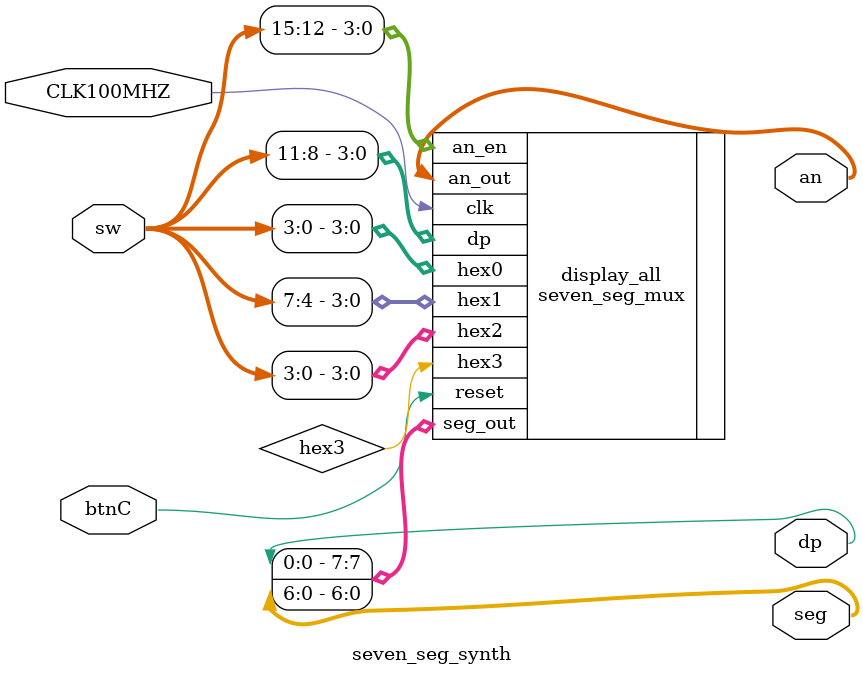
<source format=v>
`timescale 1ns / 1ps


module seven_seg_synth(
    input CLK100MHZ,       //clock to MUX between segment displays
    input btnC,            //reset button
    input [15:0] sw,       //switches from FPGA
    output dp,             //Decimal point LED on seven seg display 
    output [6:0] seg,      //7 different LED outputs on seven seg display. 0 ON, 1 OFF. MSB is decimal point LED DP
    output [3:0] an        //Select line for which segment display is on or off. MUX between at high frequency to update. 
    );
    
    seven_seg_mux display_all(.clk(CLK100MHZ), .reset(btnC), .hex3(hex3), .hex2(sw[3:0]), .hex1(sw[7:4]), .hex0(sw[3:0]), .dp(sw[11:8]), .an_en(sw[15:12]), .seg_out({dp, seg}), .an_out(an));
    
endmodule

</source>
